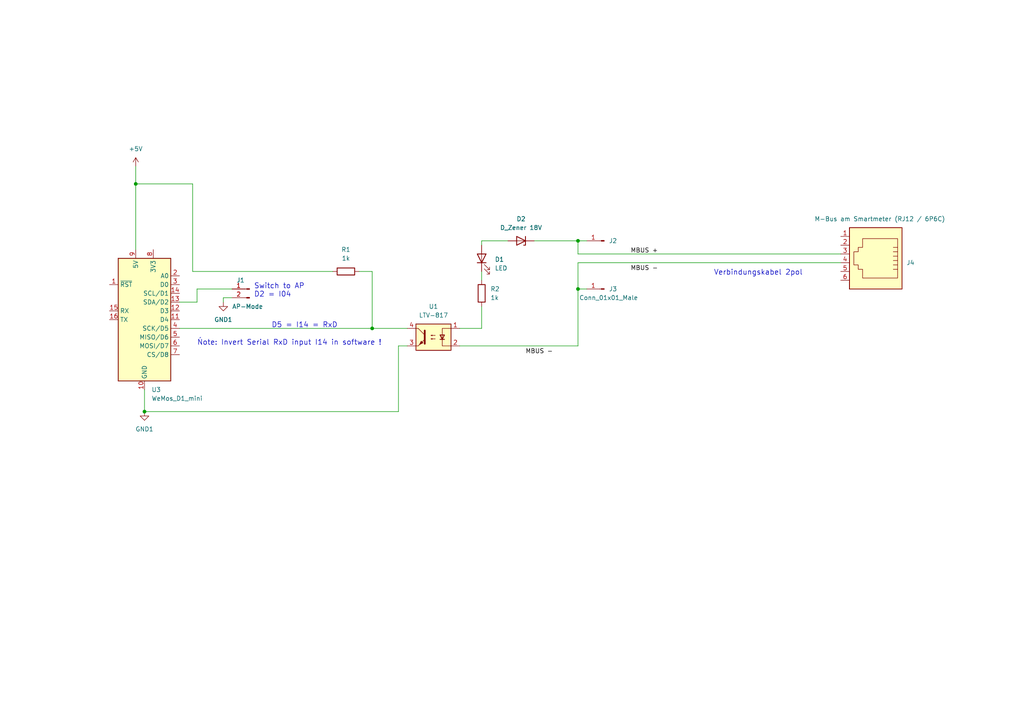
<source format=kicad_sch>
(kicad_sch (version 20230121) (generator eeschema)
  (paper "A4")
  (title_block (title "MBUS Interface (read only)") (date "2023-10-14") (rev "3, 14.Okt.23") (company "Engelbert Horvat") (comment 1 "Wemos D1 ESP8266 Modul") (comment 2 "R3: removed DC/DC converter, added a 18V Z-diode"))
  (lib_symbols
    (symbol "Connector:6P6C" (pin_names (offset 1.016))
      (property "Reference" "J" (at -5.08 11.43 0))
      (property "Value" "6P6C" (at 2.54 11.43 0))
      (symbol "6P6C_0_1"
        (polyline (pts (xy -6.35 -1.905) (xy -5.08 -1.905) (xy -5.08 -1.905)))
        (polyline (pts (xy -6.35 -0.635) (xy -5.08 -0.635) (xy -5.08 -0.635)))
        (polyline (pts (xy -6.35 0.635) (xy -5.08 0.635) (xy -5.08 0.635)))
        (polyline (pts (xy -6.35 1.905) (xy -5.08 1.905) (xy -5.08 1.905)))
        (polyline (pts (xy -6.35 3.175) (xy -5.08 3.175) (xy -5.08 3.175)))
        (polyline (pts (xy -5.08 4.445) (xy -6.35 4.445) (xy -6.35 4.445)))
        (polyline (pts (xy -6.35 -4.445) (xy -6.35 6.985) (xy 3.81 6.985) (xy 3.81 4.445) (xy 5.08 4.445) (xy 5.08 3.175) (xy 6.35 3.175) (xy 6.35 -0.635) (xy 5.08 -0.635) (xy 5.08 -1.905) (xy 3.81 -1.905) (xy 3.81 -4.445) (xy -6.35 -4.445) (xy -6.35 -4.445)))
        (rectangle (start 7.62 10.16) (end -7.62 -7.62) (stroke (width 0.254)) (fill (type background)))
      )
      (symbol "6P6C_1_1"
        (pin passive line (at 10.16 -5.08 180) (length 2.54) (name "~") (number "1"))
        (pin passive line (at 10.16 -2.54 180) (length 2.54) (name "~") (number "2"))
        (pin passive line (at 10.16 0 180) (length 2.54) (name "~") (number "3"))
        (pin passive line (at 10.16 2.54 180) (length 2.54) (name "~") (number "4"))
        (pin passive line (at 10.16 5.08 180) (length 2.54) (name "~") (number "5"))
        (pin passive line (at 10.16 7.62 180) (length 2.54) (name "~") (number "6"))
      )
    )
    (symbol "Connector:Conn_01x01_Male" (pin_names (offset 1.016) hide)
      (property "Reference" "J" (at 0 2.54 0))
      (property "Value" "Conn_01x01_Male" (at 0 -2.54 0))
      (symbol "Conn_01x01_Male_1_1"
        (polyline (pts (xy 1.27 0) (xy 0.8636 0)) (stroke (width 0.1524)))
        (rectangle (start 0.8636 0.127) (end 0 -0.127) (stroke (width 0.1524)) (fill (type outline)))
        (pin passive line (at 5.08 0 180) (length 3.81) (name "Pin_1") (number "1"))
      )
    )
    (symbol "Connector:Conn_01x02_Male" (pin_names (offset 1.016) hide)
      (property "Reference" "J" (at 0 2.54 0))
      (property "Value" "Conn_01x02_Male" (at 0 -5.08 0))
      (symbol "Conn_01x02_Male_1_1"
        (polyline (pts (xy 1.27 -2.54) (xy 0.8636 -2.54)) (stroke (width 0.1524)))
        (polyline (pts (xy 1.27 0) (xy 0.8636 0)) (stroke (width 0.1524)))
        (rectangle (start 0.8636 -2.413) (end 0 -2.667) (stroke (width 0.1524)) (fill (type outline)))
        (rectangle (start 0.8636 0.127) (end 0 -0.127) (stroke (width 0.1524)) (fill (type outline)))
        (pin passive line (at 5.08 0 180) (length 3.81) (name "Pin_1") (number "1"))
        (pin passive line (at 5.08 -2.54 180) (length 3.81) (name "Pin_2") (number "2"))
      )
    )
    (symbol "Device:D_Zener" (pin_numbers hide) (pin_names (offset 1.016) hide)
      (property "Reference" "D" (at 0 2.54 0))
      (property "Value" "D_Zener" (at 0 -2.54 0))
      (symbol "D_Zener_0_1"
        (polyline (pts (xy 1.27 0) (xy -1.27 0)))
        (polyline (pts (xy -1.27 -1.27) (xy -1.27 1.27) (xy -0.762 1.27)) (stroke (width 0.254)))
        (polyline (pts (xy 1.27 -1.27) (xy 1.27 1.27) (xy -1.27 0) (xy 1.27 -1.27)) (stroke (width 0.254)))
      )
      (symbol "D_Zener_1_1"
        (pin passive line (at -3.81 0 0) (length 2.54) (name "K") (number "1"))
        (pin passive line (at 3.81 0 180) (length 2.54) (name "A") (number "2"))
      )
    )
    (symbol "Device:LED" (pin_numbers hide) (pin_names (offset 1.016) hide)
      (property "Reference" "D" (at 0 2.54 0))
      (property "Value" "LED" (at 0 -2.54 0))
      (symbol "LED_0_1"
        (polyline (pts (xy -1.27 -1.27) (xy -1.27 1.27)) (stroke (width 0.254)))
        (polyline (pts (xy -1.27 0) (xy 1.27 0)))
        (polyline (pts (xy 1.27 -1.27) (xy 1.27 1.27) (xy -1.27 0) (xy 1.27 -1.27)) (stroke (width 0.254)))
        (polyline (pts (xy -3.048 -0.762) (xy -4.572 -2.286) (xy -3.81 -2.286) (xy -4.572 -2.286) (xy -4.572 -1.524)))
        (polyline (pts (xy -1.778 -0.762) (xy -3.302 -2.286) (xy -2.54 -2.286) (xy -3.302 -2.286) (xy -3.302 -1.524)))
      )
      (symbol "LED_1_1"
        (pin passive line (at -3.81 0 0) (length 2.54) (name "K") (number "1"))
        (pin passive line (at 3.81 0 180) (length 2.54) (name "A") (number "2"))
      )
    )
    (symbol "Device:R" (pin_numbers hide) (pin_names (offset 0))
      (property "Reference" "R" (at 2.032 0 90))
      (property "Value" "R" (at 0 0 90))
      (symbol "R_0_1"
        (rectangle (start -1.016 -2.54) (end 1.016 2.54) (stroke (width 0.254)))
      )
      (symbol "R_1_1"
        (pin passive line (at 0 3.81 270) (length 1.27) (name "~") (number "1"))
        (pin passive line (at 0 -3.81 90) (length 1.27) (name "~") (number "2"))
      )
    )
    (symbol "Isolator:LTV-817" (pin_names (offset 1.016))
      (property "Reference" "U" (at -5.08 5.08 0))
      (property "Value" "LTV-817" (at 0 5.08 0))
      (symbol "LTV-817_0_1"
        (rectangle (start -5.08 3.81) (end 5.08 -3.81) (stroke (width 0.254)) (fill (type background)))
        (polyline (pts (xy -3.175 -0.635) (xy -1.905 -0.635)) (stroke (width 0.254)))
        (polyline (pts (xy 2.54 0.635) (xy 4.445 2.54)))
        (polyline (pts (xy 4.445 -2.54) (xy 2.54 -0.635)) (fill (type outline)))
        (polyline (pts (xy 4.445 -2.54) (xy 5.08 -2.54)))
        (polyline (pts (xy 4.445 2.54) (xy 5.08 2.54)))
        (polyline (pts (xy -5.08 2.54) (xy -2.54 2.54) (xy -2.54 -0.762)))
        (polyline (pts (xy -2.54 -0.635) (xy -2.54 -2.54) (xy -5.08 -2.54)))
        (polyline (pts (xy 2.54 1.905) (xy 2.54 -1.905) (xy 2.54 -1.905)) (stroke (width 0.508)))
        (polyline (pts (xy -2.54 -0.635) (xy -3.175 0.635) (xy -1.905 0.635) (xy -2.54 -0.635)) (stroke (width 0.254)))
        (polyline (pts (xy -0.508 -0.508) (xy 0.762 -0.508) (xy 0.381 -0.635) (xy 0.381 -0.381) (xy 0.762 -0.508)))
        (polyline (pts (xy -0.508 0.508) (xy 0.762 0.508) (xy 0.381 0.381) (xy 0.381 0.635) (xy 0.762 0.508)))
        (polyline (pts (xy 3.048 -1.651) (xy 3.556 -1.143) (xy 4.064 -2.159) (xy 3.048 -1.651) (xy 3.048 -1.651)) (fill (type outline)))
      )
      (symbol "LTV-817_1_1"
        (pin passive line (at -7.62 2.54 0) (length 2.54) (name "~") (number "1"))
        (pin passive line (at -7.62 -2.54 0) (length 2.54) (name "~") (number "2"))
        (pin passive line (at 7.62 -2.54 180) (length 2.54) (name "~") (number "3"))
        (pin passive line (at 7.62 2.54 180) (length 2.54) (name "~") (number "4"))
      )
    )
    (symbol "MCU_Module:WeMos_D1_mini"
      (property "Reference" "U" (at 3.81 19.05 0))
      (property "Value" "WeMos_D1_mini" (at 1.27 -19.05 0))
      (symbol "WeMos_D1_mini_1_1"
        (rectangle (start -7.62 17.78) (end 7.62 -17.78) (stroke (width 0.254)) (fill (type background)))
        (pin input line (at -10.16 10.16 0) (length 2.54) (name "~{RST}") (number "1"))
        (pin power_in line (at 0 -20.32 90) (length 2.54) (name "GND") (number "10"))
        (pin bidirectional line (at 10.16 0 180) (length 2.54) (name "D4") (number "11"))
        (pin bidirectional line (at 10.16 2.54 180) (length 2.54) (name "D3") (number "12"))
        (pin bidirectional line (at 10.16 5.08 180) (length 2.54) (name "SDA/D2") (number "13"))
        (pin bidirectional line (at 10.16 7.62 180) (length 2.54) (name "SCL/D1") (number "14"))
        (pin input line (at -10.16 2.54 0) (length 2.54) (name "RX") (number "15"))
        (pin output line (at -10.16 0 0) (length 2.54) (name "TX") (number "16"))
        (pin input line (at 10.16 12.7 180) (length 2.54) (name "A0") (number "2"))
        (pin bidirectional line (at 10.16 10.16 180) (length 2.54) (name "D0") (number "3"))
        (pin bidirectional line (at 10.16 -2.54 180) (length 2.54) (name "SCK/D5") (number "4"))
        (pin bidirectional line (at 10.16 -5.08 180) (length 2.54) (name "MISO/D6") (number "5"))
        (pin bidirectional line (at 10.16 -7.62 180) (length 2.54) (name "MOSI/D7") (number "6"))
        (pin bidirectional line (at 10.16 -10.16 180) (length 2.54) (name "CS/D8") (number "7"))
        (pin power_out line (at 2.54 20.32 270) (length 2.54) (name "3V3") (number "8"))
        (pin power_in line (at -2.54 20.32 270) (length 2.54) (name "5V") (number "9"))
      )
    )
    (symbol "power:+5V" (power) (pin_names (offset 0))
      (property "Value" "+5V" (at 0 3.556 0))
      (symbol "+5V_0_1"
        (polyline (pts (xy -0.762 1.27) (xy 0 2.54)))
        (polyline (pts (xy 0 0) (xy 0 2.54)))
        (polyline (pts (xy 0 2.54) (xy 0.762 1.27)))
      )
      (symbol "+5V_1_1"
        (pin power_in line (at 0 0 90) (length 0) hide (name "+5V") (number "1"))
      )
    )
    (symbol "power:GND1" (power) (pin_names (offset 0))
      (property "Value" "GND1" (at 0 -3.81 0))
      (symbol "GND1_0_1"
        (polyline (pts (xy 0 0) (xy 0 -1.27) (xy 1.27 -1.27) (xy 0 -2.54) (xy -1.27 -1.27) (xy 0 -1.27)))
      )
      (symbol "GND1_1_1"
        (pin power_in line (at 0 0 270) (length 0) hide (name "GND1") (number "1"))
      )
    )
  )
  (junction (at 107.95 95.25))
  (junction (at 39.37 53.34))
  (junction (at 41.91 119.38))
  (junction (at 167.64 83.82))
  (junction (at 167.64 69.85))
  (wire (pts (xy 133.35 95.25) (xy 139.7 95.25)))
  (wire (pts (xy 147.32 69.85) (xy 139.7 69.85)))
  (wire (pts (xy 118.11 100.33) (xy 115.57 100.33)))
  (wire (pts (xy 115.57 100.33) (xy 115.57 119.38)))
  (wire (pts (xy 139.7 78.74) (xy 139.7 81.28)))
  (wire (pts (xy 67.31 86.36) (xy 64.77 86.36)))
  (wire (pts (xy 104.14 78.74) (xy 107.95 78.74)))
  (wire (pts (xy 167.64 73.66) (xy 167.64 69.85)))
  (wire (pts (xy 39.37 72.39) (xy 39.37 53.34)))
  (wire (pts (xy 55.88 78.74) (xy 55.88 53.34)))
  (wire (pts (xy 167.64 83.82) (xy 170.18 83.82)))
  (wire (pts (xy 167.64 73.66) (xy 243.84 73.66)))
  (wire (pts (xy 167.64 76.2) (xy 243.84 76.2)))
  (wire (pts (xy 139.7 95.25) (xy 139.7 88.9)))
  (wire (pts (xy 167.64 69.85) (xy 170.18 69.85)))
  (wire (pts (xy 96.52 78.74) (xy 55.88 78.74)))
  (wire (pts (xy 52.07 87.63) (xy 57.15 87.63)))
  (wire (pts (xy 52.07 95.25) (xy 107.95 95.25)))
  (wire (pts (xy 107.95 95.25) (xy 107.95 78.74)))
  (wire (pts (xy 133.35 100.33) (xy 167.64 100.33)))
  (wire (pts (xy 167.64 76.2) (xy 167.64 83.82)))
  (wire (pts (xy 154.94 69.85) (xy 167.64 69.85)))
  (wire (pts (xy 139.7 69.85) (xy 139.7 71.12)))
  (wire (pts (xy 64.77 86.36) (xy 64.77 87.63)))
  (wire (pts (xy 107.95 95.25) (xy 118.11 95.25)))
  (wire (pts (xy 41.91 113.03) (xy 41.91 119.38)))
  (wire (pts (xy 39.37 53.34) (xy 55.88 53.34)))
  (wire (pts (xy 39.37 48.26) (xy 39.37 53.34)))
  (wire (pts (xy 57.15 83.82) (xy 57.15 87.63)))
  (wire (pts (xy 167.64 100.33) (xy 167.64 83.82)))
  (wire (pts (xy 115.57 119.38) (xy 41.91 119.38)))
  (wire (pts (xy 57.15 83.82) (xy 67.31 83.82)))
  (text "D5 = I14 = RxD" (at 78.74 95.25 0) (effects (font (size 1.5 1.5)) (justify left bottom)))
  (text "Switch to AP\nD2 = I04" (at 73.66 86.36 0) (effects (font (size 1.5 1.5)) (justify left bottom)))
  (text "Ńote: Invert Serial RxD input I14 in software !" (at 57.15 100.33 0) (effects (font (size 1.5 1.5)) (justify left bottom)))
  (text "Verbindungskabel 2pol" (at 207.01 80.01 0) (effects (font (size 1.5 1.5)) (justify left bottom)))
  (label "MBUS -" (at 152.4 102.87 0))
  (label "MBUS -" (at 182.88 78.74 0))
  (label "MBUS +" (at 182.88 73.66 0))
  (symbol (lib_id "Device:R") (at 139.7 85.09 0) (unit 1)
    (property "Reference" "R2" (at 142.24 83.82 0) (effects (justify left)))
    (property "Value" "1k" (at 142.24 86.36 0) (effects (justify left)))
    (property "Footprint" "Resistor_THT:R_Axial_DIN0207_L6.3mm_D2.5mm_P10.16mm_Horizontal" (effects hide))
  )
  (symbol (lib_id "power:GND1") (at 41.91 119.38 0) (unit 1)
    (property "Reference" "#PWR00" (effects hide))
    (property "Value" "GND1" (at 41.91 124.46 0))
  )
  (symbol (lib_id "Isolator:LTV-817") (at 125.73 97.79 0) (mirror y) (unit 1)
    (property "Reference" "U1" (at 125.73 88.9 0))
    (property "Value" "LTV-817" (at 125.73 91.44 0))
    (property "Footprint" "Package_DIP:DIP-4_W7.62mm" (effects hide))
    (property "Datasheet" "http://www.us.liteon.com/downloads/LTV-817-827-847.PDF" (effects hide))
  )
  (symbol (lib_id "Device:D_Zener") (at 151.13 69.85 180) (unit 1)
    (property "Reference" "D2" (at 151.13 63.5 0))
    (property "Value" "D_Zener 18V" (at 151.13 66.04 0))
    (property "Footprint" "Diode_THT:D_A-405_P10.16mm_Horizontal" (effects hide))
  )
  (symbol (lib_id "Connector:6P6C") (at 254 73.66 180) (unit 1) (on_board no)
    (property "Reference" "J4" (at 262.89 76.2001 0) (effects (justify right)))
    (property "Value" "M-Bus am Smartmeter (RJ12 / 6P6C)" (at 236.22 63.5 0) (effects (justify right)))
    (property "Footprint" "Connector_RJ:RJ12_Amphenol_54601" (effects hide))
  )
  (symbol (lib_id "Device:LED") (at 139.7 74.93 90) (unit 1)
    (property "Reference" "D1" (at 143.51 75.2474 90) (effects (justify right)))
    (property "Value" "LED" (at 143.51 77.7874 90) (effects (justify right)))
    (property "Footprint" "LED_THT:LED_D3.0mm" (effects hide))
  )
  (symbol (lib_id "Connector:Conn_01x01_Male") (at 175.26 69.85 180) (unit 1)
    (property "Reference" "J2" (at 177.8 69.85 0))
    (property "Value" "Conn_01x01_Male" (effects hide))
    (property "Footprint" "Connector_Pin:Pin_D1.0mm_L10.0mm" (effects hide))
  )
  (symbol (lib_id "Connector:Conn_01x01_Male") (at 175.26 83.82 180) (unit 1)
    (property "Reference" "J3" (at 177.8 83.82 0))
    (property "Value" "Conn_01x01_Male" (at 176.53 86.36 0))
    (property "Footprint" "Connector_Pin:Pin_D1.0mm_L10.0mm" (effects hide))
  )
  (symbol (lib_id "Device:R") (at 100.33 78.74 90) (unit 1)
    (property "Reference" "R1" (at 100.33 72.39 90))
    (property "Value" "1k" (at 100.33 74.93 90))
    (property "Footprint" "Resistor_THT:R_Axial_DIN0207_L6.3mm_D2.5mm_P10.16mm_Horizontal" (effects hide))
  )
  (symbol (lib_id "Connector:Conn_01x02_Male") (at 72.39 83.82 0) (mirror y) (unit 1)
    (property "Reference" "J1" (at 68.58 81.28 0) (effects (justify right)))
    (property "Value" "AP-Mode" (at 67.31 88.9 0) (effects (justify right)))
    (property "Footprint" "Connector_PinHeader_2.54mm:PinHeader_1x02_P2.54mm_Vertical" (effects hide))
  )
  (symbol (lib_id "MCU_Module:WeMos_D1_mini") (at 41.91 92.71 0) (unit 1)
    (property "Reference" "U3" (at 43.9294 113.03 0) (effects (justify left)))
    (property "Value" "WeMos_D1_mini" (at 43.9294 115.57 0) (effects (justify left)))
    (property "Footprint" "Module:WEMOS_D1_mini_light" (effects hide))
    (property "Datasheet" "https://wiki.wemos.cc/products:d1:d1_mini#documentation" (effects hide))
  )
  (symbol (lib_id "power:GND1") (at 64.77 87.63 0) (unit 1)
    (property "Reference" "#PWR0105" (effects hide))
    (property "Value" "GND1" (at 64.77 92.71 0))
  )
  (symbol (lib_id "power:+5V") (at 39.37 48.26 0) (unit 1)
    (property "Reference" "#PWR01" (effects hide))
    (property "Value" "+5V" (at 39.37 43.18 0))
  )
)
</source>
